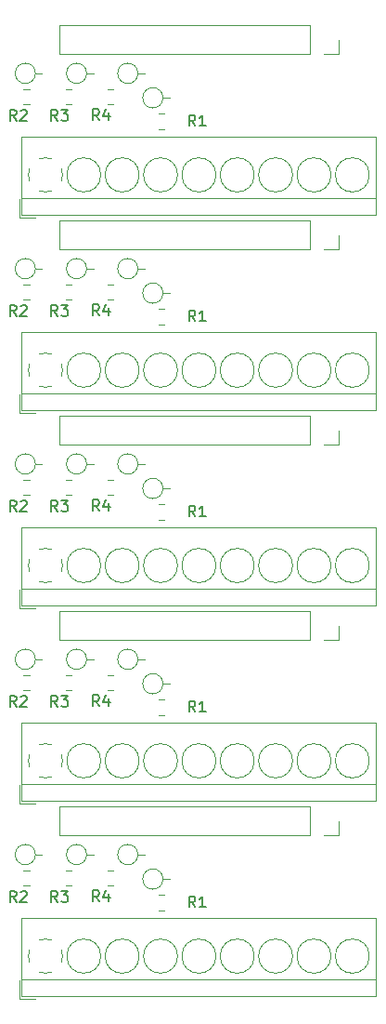
<source format=gbr>
G04 #@! TF.GenerationSoftware,KiCad,Pcbnew,5.1.5-52549c5~86~ubuntu18.04.1*
G04 #@! TF.CreationDate,2020-09-30T17:29:46-05:00*
G04 #@! TF.ProjectId,,58585858-5858-4585-9858-585858585858,rev?*
G04 #@! TF.SameCoordinates,Original*
G04 #@! TF.FileFunction,Legend,Top*
G04 #@! TF.FilePolarity,Positive*
%FSLAX46Y46*%
G04 Gerber Fmt 4.6, Leading zero omitted, Abs format (unit mm)*
G04 Created by KiCad (PCBNEW 5.1.5-52549c5~86~ubuntu18.04.1) date 2020-09-30 17:29:46*
%MOMM*%
%LPD*%
G04 APERTURE LIST*
%ADD10C,0.120000*%
%ADD11C,0.150000*%
G04 APERTURE END LIST*
D10*
X122840000Y-108813600D02*
G75*
G03X122840000Y-108813600I-920000J0D01*
G01*
X122840000Y-108813600D02*
X123460000Y-108813600D01*
X122840000Y-91033600D02*
G75*
G03X122840000Y-91033600I-920000J0D01*
G01*
X122840000Y-91033600D02*
X123460000Y-91033600D01*
X122840000Y-73253600D02*
G75*
G03X122840000Y-73253600I-920000J0D01*
G01*
X122840000Y-73253600D02*
X123460000Y-73253600D01*
X122840000Y-55473600D02*
G75*
G03X122840000Y-55473600I-920000J0D01*
G01*
X122840000Y-55473600D02*
X123460000Y-55473600D01*
X112728787Y-117255385D02*
G75*
G02X112121200Y-117379000I-607587J1431385D01*
G01*
X113553309Y-115216258D02*
G75*
G02X113553200Y-116432000I-1432109J-607742D01*
G01*
X111513458Y-114391891D02*
G75*
G02X112729200Y-114392000I607742J-1432109D01*
G01*
X110689091Y-116431742D02*
G75*
G02X110689200Y-115216000I1432109J607742D01*
G01*
X112148211Y-117379492D02*
G75*
G02X111513200Y-117256000I-27011J1555492D01*
G01*
X117176200Y-115824000D02*
G75*
G03X117176200Y-115824000I-1555000J0D01*
G01*
X120676200Y-115824000D02*
G75*
G03X120676200Y-115824000I-1555000J0D01*
G01*
X124176200Y-115824000D02*
G75*
G03X124176200Y-115824000I-1555000J0D01*
G01*
X127676200Y-115824000D02*
G75*
G03X127676200Y-115824000I-1555000J0D01*
G01*
X131176200Y-115824000D02*
G75*
G03X131176200Y-115824000I-1555000J0D01*
G01*
X134676200Y-115824000D02*
G75*
G03X134676200Y-115824000I-1555000J0D01*
G01*
X138176200Y-115824000D02*
G75*
G03X138176200Y-115824000I-1555000J0D01*
G01*
X141676200Y-115824000D02*
G75*
G03X141676200Y-115824000I-1555000J0D01*
G01*
X109961200Y-117924000D02*
X142281200Y-117924000D01*
X109961200Y-112364000D02*
X142281200Y-112364000D01*
X109961200Y-119484000D02*
X142281200Y-119484000D01*
X109961200Y-112364000D02*
X109961200Y-119484000D01*
X142281200Y-112364000D02*
X142281200Y-119484000D01*
X109721200Y-117984000D02*
X109721200Y-119724000D01*
X109721200Y-119724000D02*
X111221200Y-119724000D01*
X112728787Y-99475385D02*
G75*
G02X112121200Y-99599000I-607587J1431385D01*
G01*
X113553309Y-97436258D02*
G75*
G02X113553200Y-98652000I-1432109J-607742D01*
G01*
X111513458Y-96611891D02*
G75*
G02X112729200Y-96612000I607742J-1432109D01*
G01*
X110689091Y-98651742D02*
G75*
G02X110689200Y-97436000I1432109J607742D01*
G01*
X112148211Y-99599492D02*
G75*
G02X111513200Y-99476000I-27011J1555492D01*
G01*
X117176200Y-98044000D02*
G75*
G03X117176200Y-98044000I-1555000J0D01*
G01*
X120676200Y-98044000D02*
G75*
G03X120676200Y-98044000I-1555000J0D01*
G01*
X124176200Y-98044000D02*
G75*
G03X124176200Y-98044000I-1555000J0D01*
G01*
X127676200Y-98044000D02*
G75*
G03X127676200Y-98044000I-1555000J0D01*
G01*
X131176200Y-98044000D02*
G75*
G03X131176200Y-98044000I-1555000J0D01*
G01*
X134676200Y-98044000D02*
G75*
G03X134676200Y-98044000I-1555000J0D01*
G01*
X138176200Y-98044000D02*
G75*
G03X138176200Y-98044000I-1555000J0D01*
G01*
X141676200Y-98044000D02*
G75*
G03X141676200Y-98044000I-1555000J0D01*
G01*
X109961200Y-100144000D02*
X142281200Y-100144000D01*
X109961200Y-94584000D02*
X142281200Y-94584000D01*
X109961200Y-101704000D02*
X142281200Y-101704000D01*
X109961200Y-94584000D02*
X109961200Y-101704000D01*
X142281200Y-94584000D02*
X142281200Y-101704000D01*
X109721200Y-100204000D02*
X109721200Y-101944000D01*
X109721200Y-101944000D02*
X111221200Y-101944000D01*
X112728787Y-81695385D02*
G75*
G02X112121200Y-81819000I-607587J1431385D01*
G01*
X113553309Y-79656258D02*
G75*
G02X113553200Y-80872000I-1432109J-607742D01*
G01*
X111513458Y-78831891D02*
G75*
G02X112729200Y-78832000I607742J-1432109D01*
G01*
X110689091Y-80871742D02*
G75*
G02X110689200Y-79656000I1432109J607742D01*
G01*
X112148211Y-81819492D02*
G75*
G02X111513200Y-81696000I-27011J1555492D01*
G01*
X117176200Y-80264000D02*
G75*
G03X117176200Y-80264000I-1555000J0D01*
G01*
X120676200Y-80264000D02*
G75*
G03X120676200Y-80264000I-1555000J0D01*
G01*
X124176200Y-80264000D02*
G75*
G03X124176200Y-80264000I-1555000J0D01*
G01*
X127676200Y-80264000D02*
G75*
G03X127676200Y-80264000I-1555000J0D01*
G01*
X131176200Y-80264000D02*
G75*
G03X131176200Y-80264000I-1555000J0D01*
G01*
X134676200Y-80264000D02*
G75*
G03X134676200Y-80264000I-1555000J0D01*
G01*
X138176200Y-80264000D02*
G75*
G03X138176200Y-80264000I-1555000J0D01*
G01*
X141676200Y-80264000D02*
G75*
G03X141676200Y-80264000I-1555000J0D01*
G01*
X109961200Y-82364000D02*
X142281200Y-82364000D01*
X109961200Y-76804000D02*
X142281200Y-76804000D01*
X109961200Y-83924000D02*
X142281200Y-83924000D01*
X109961200Y-76804000D02*
X109961200Y-83924000D01*
X142281200Y-76804000D02*
X142281200Y-83924000D01*
X109721200Y-82424000D02*
X109721200Y-84164000D01*
X109721200Y-84164000D02*
X111221200Y-84164000D01*
X112728787Y-63915385D02*
G75*
G02X112121200Y-64039000I-607587J1431385D01*
G01*
X113553309Y-61876258D02*
G75*
G02X113553200Y-63092000I-1432109J-607742D01*
G01*
X111513458Y-61051891D02*
G75*
G02X112729200Y-61052000I607742J-1432109D01*
G01*
X110689091Y-63091742D02*
G75*
G02X110689200Y-61876000I1432109J607742D01*
G01*
X112148211Y-64039492D02*
G75*
G02X111513200Y-63916000I-27011J1555492D01*
G01*
X117176200Y-62484000D02*
G75*
G03X117176200Y-62484000I-1555000J0D01*
G01*
X120676200Y-62484000D02*
G75*
G03X120676200Y-62484000I-1555000J0D01*
G01*
X124176200Y-62484000D02*
G75*
G03X124176200Y-62484000I-1555000J0D01*
G01*
X127676200Y-62484000D02*
G75*
G03X127676200Y-62484000I-1555000J0D01*
G01*
X131176200Y-62484000D02*
G75*
G03X131176200Y-62484000I-1555000J0D01*
G01*
X134676200Y-62484000D02*
G75*
G03X134676200Y-62484000I-1555000J0D01*
G01*
X138176200Y-62484000D02*
G75*
G03X138176200Y-62484000I-1555000J0D01*
G01*
X141676200Y-62484000D02*
G75*
G03X141676200Y-62484000I-1555000J0D01*
G01*
X109961200Y-64584000D02*
X142281200Y-64584000D01*
X109961200Y-59024000D02*
X142281200Y-59024000D01*
X109961200Y-66144000D02*
X142281200Y-66144000D01*
X109961200Y-59024000D02*
X109961200Y-66144000D01*
X142281200Y-59024000D02*
X142281200Y-66144000D01*
X109721200Y-64644000D02*
X109721200Y-66384000D01*
X109721200Y-66384000D02*
X111221200Y-66384000D01*
X136281200Y-102175000D02*
X136281200Y-104835000D01*
X136281200Y-102175000D02*
X113361200Y-102175000D01*
X113361200Y-102175000D02*
X113361200Y-104835000D01*
X136281200Y-104835000D02*
X113361200Y-104835000D01*
X138881200Y-104835000D02*
X137551200Y-104835000D01*
X138881200Y-103505000D02*
X138881200Y-104835000D01*
X136281200Y-84395000D02*
X136281200Y-87055000D01*
X136281200Y-84395000D02*
X113361200Y-84395000D01*
X113361200Y-84395000D02*
X113361200Y-87055000D01*
X136281200Y-87055000D02*
X113361200Y-87055000D01*
X138881200Y-87055000D02*
X137551200Y-87055000D01*
X138881200Y-85725000D02*
X138881200Y-87055000D01*
X136281200Y-66615000D02*
X136281200Y-69275000D01*
X136281200Y-66615000D02*
X113361200Y-66615000D01*
X113361200Y-66615000D02*
X113361200Y-69275000D01*
X136281200Y-69275000D02*
X113361200Y-69275000D01*
X138881200Y-69275000D02*
X137551200Y-69275000D01*
X138881200Y-67945000D02*
X138881200Y-69275000D01*
X136281200Y-48835000D02*
X136281200Y-51495000D01*
X136281200Y-48835000D02*
X113361200Y-48835000D01*
X113361200Y-48835000D02*
X113361200Y-51495000D01*
X136281200Y-51495000D02*
X113361200Y-51495000D01*
X138881200Y-51495000D02*
X137551200Y-51495000D01*
X138881200Y-50165000D02*
X138881200Y-51495000D01*
X117772548Y-108002000D02*
X118295052Y-108002000D01*
X117772548Y-109422000D02*
X118295052Y-109422000D01*
X117772548Y-90222000D02*
X118295052Y-90222000D01*
X117772548Y-91642000D02*
X118295052Y-91642000D01*
X117772548Y-72442000D02*
X118295052Y-72442000D01*
X117772548Y-73862000D02*
X118295052Y-73862000D01*
X117772548Y-54662000D02*
X118295052Y-54662000D01*
X117772548Y-56082000D02*
X118295052Y-56082000D01*
X113962548Y-108002000D02*
X114485052Y-108002000D01*
X113962548Y-109422000D02*
X114485052Y-109422000D01*
X113962548Y-90222000D02*
X114485052Y-90222000D01*
X113962548Y-91642000D02*
X114485052Y-91642000D01*
X113962548Y-72442000D02*
X114485052Y-72442000D01*
X113962548Y-73862000D02*
X114485052Y-73862000D01*
X113962548Y-54662000D02*
X114485052Y-54662000D01*
X113962548Y-56082000D02*
X114485052Y-56082000D01*
X111206800Y-106578400D02*
G75*
G03X111206800Y-106578400I-920000J0D01*
G01*
X111206800Y-106578400D02*
X111826800Y-106578400D01*
X111206800Y-88798400D02*
G75*
G03X111206800Y-88798400I-920000J0D01*
G01*
X111206800Y-88798400D02*
X111826800Y-88798400D01*
X111206800Y-71018400D02*
G75*
G03X111206800Y-71018400I-920000J0D01*
G01*
X111206800Y-71018400D02*
X111826800Y-71018400D01*
X111206800Y-53238400D02*
G75*
G03X111206800Y-53238400I-920000J0D01*
G01*
X111206800Y-53238400D02*
X111826800Y-53238400D01*
X122471548Y-110237200D02*
X122994052Y-110237200D01*
X122471548Y-111657200D02*
X122994052Y-111657200D01*
X122471548Y-92457200D02*
X122994052Y-92457200D01*
X122471548Y-93877200D02*
X122994052Y-93877200D01*
X122471548Y-74677200D02*
X122994052Y-74677200D01*
X122471548Y-76097200D02*
X122994052Y-76097200D01*
X122471548Y-56897200D02*
X122994052Y-56897200D01*
X122471548Y-58317200D02*
X122994052Y-58317200D01*
X115880400Y-106578400D02*
G75*
G03X115880400Y-106578400I-920000J0D01*
G01*
X115880400Y-106578400D02*
X116500400Y-106578400D01*
X115880400Y-88798400D02*
G75*
G03X115880400Y-88798400I-920000J0D01*
G01*
X115880400Y-88798400D02*
X116500400Y-88798400D01*
X115880400Y-71018400D02*
G75*
G03X115880400Y-71018400I-920000J0D01*
G01*
X115880400Y-71018400D02*
X116500400Y-71018400D01*
X115880400Y-53238400D02*
G75*
G03X115880400Y-53238400I-920000J0D01*
G01*
X115880400Y-53238400D02*
X116500400Y-53238400D01*
X120554000Y-106578400D02*
G75*
G03X120554000Y-106578400I-920000J0D01*
G01*
X120554000Y-106578400D02*
X121174000Y-106578400D01*
X120554000Y-88798400D02*
G75*
G03X120554000Y-88798400I-920000J0D01*
G01*
X120554000Y-88798400D02*
X121174000Y-88798400D01*
X120554000Y-71018400D02*
G75*
G03X120554000Y-71018400I-920000J0D01*
G01*
X120554000Y-71018400D02*
X121174000Y-71018400D01*
X120554000Y-53238400D02*
G75*
G03X120554000Y-53238400I-920000J0D01*
G01*
X120554000Y-53238400D02*
X121174000Y-53238400D01*
X110127148Y-108002000D02*
X110649652Y-108002000D01*
X110127148Y-109422000D02*
X110649652Y-109422000D01*
X110127148Y-90222000D02*
X110649652Y-90222000D01*
X110127148Y-91642000D02*
X110649652Y-91642000D01*
X110127148Y-72442000D02*
X110649652Y-72442000D01*
X110127148Y-73862000D02*
X110649652Y-73862000D01*
X110127148Y-54662000D02*
X110649652Y-54662000D01*
X110127148Y-56082000D02*
X110649652Y-56082000D01*
X117772548Y-38302000D02*
X118295052Y-38302000D01*
X117772548Y-36882000D02*
X118295052Y-36882000D01*
X113962548Y-38302000D02*
X114485052Y-38302000D01*
X113962548Y-36882000D02*
X114485052Y-36882000D01*
X110127148Y-38302000D02*
X110649652Y-38302000D01*
X110127148Y-36882000D02*
X110649652Y-36882000D01*
X122471548Y-40537200D02*
X122994052Y-40537200D01*
X122471548Y-39117200D02*
X122994052Y-39117200D01*
X120554000Y-35458400D02*
X121174000Y-35458400D01*
X120554000Y-35458400D02*
G75*
G03X120554000Y-35458400I-920000J0D01*
G01*
X115880400Y-35458400D02*
X116500400Y-35458400D01*
X115880400Y-35458400D02*
G75*
G03X115880400Y-35458400I-920000J0D01*
G01*
X111206800Y-35458400D02*
X111826800Y-35458400D01*
X111206800Y-35458400D02*
G75*
G03X111206800Y-35458400I-920000J0D01*
G01*
X122840000Y-37693600D02*
X123460000Y-37693600D01*
X122840000Y-37693600D02*
G75*
G03X122840000Y-37693600I-920000J0D01*
G01*
X109721200Y-48604000D02*
X111221200Y-48604000D01*
X109721200Y-46864000D02*
X109721200Y-48604000D01*
X142281200Y-41244000D02*
X142281200Y-48364000D01*
X109961200Y-41244000D02*
X109961200Y-48364000D01*
X109961200Y-48364000D02*
X142281200Y-48364000D01*
X109961200Y-41244000D02*
X142281200Y-41244000D01*
X109961200Y-46804000D02*
X142281200Y-46804000D01*
X141676200Y-44704000D02*
G75*
G03X141676200Y-44704000I-1555000J0D01*
G01*
X138176200Y-44704000D02*
G75*
G03X138176200Y-44704000I-1555000J0D01*
G01*
X134676200Y-44704000D02*
G75*
G03X134676200Y-44704000I-1555000J0D01*
G01*
X131176200Y-44704000D02*
G75*
G03X131176200Y-44704000I-1555000J0D01*
G01*
X127676200Y-44704000D02*
G75*
G03X127676200Y-44704000I-1555000J0D01*
G01*
X124176200Y-44704000D02*
G75*
G03X124176200Y-44704000I-1555000J0D01*
G01*
X120676200Y-44704000D02*
G75*
G03X120676200Y-44704000I-1555000J0D01*
G01*
X117176200Y-44704000D02*
G75*
G03X117176200Y-44704000I-1555000J0D01*
G01*
X112148211Y-46259492D02*
G75*
G02X111513200Y-46136000I-27011J1555492D01*
G01*
X110689091Y-45311742D02*
G75*
G02X110689200Y-44096000I1432109J607742D01*
G01*
X111513458Y-43271891D02*
G75*
G02X112729200Y-43272000I607742J-1432109D01*
G01*
X113553309Y-44096258D02*
G75*
G02X113553200Y-45312000I-1432109J-607742D01*
G01*
X112728787Y-46135385D02*
G75*
G02X112121200Y-46259000I-607587J1431385D01*
G01*
X138881200Y-32385000D02*
X138881200Y-33715000D01*
X138881200Y-33715000D02*
X137551200Y-33715000D01*
X136281200Y-33715000D02*
X113361200Y-33715000D01*
X113361200Y-31055000D02*
X113361200Y-33715000D01*
X136281200Y-31055000D02*
X113361200Y-31055000D01*
X136281200Y-31055000D02*
X136281200Y-33715000D01*
D11*
X125791933Y-111374180D02*
X125458600Y-110897990D01*
X125220504Y-111374180D02*
X125220504Y-110374180D01*
X125601457Y-110374180D01*
X125696695Y-110421800D01*
X125744314Y-110469419D01*
X125791933Y-110564657D01*
X125791933Y-110707514D01*
X125744314Y-110802752D01*
X125696695Y-110850371D01*
X125601457Y-110897990D01*
X125220504Y-110897990D01*
X126744314Y-111374180D02*
X126172885Y-111374180D01*
X126458600Y-111374180D02*
X126458600Y-110374180D01*
X126363361Y-110517038D01*
X126268123Y-110612276D01*
X126172885Y-110659895D01*
X125791933Y-93594180D02*
X125458600Y-93117990D01*
X125220504Y-93594180D02*
X125220504Y-92594180D01*
X125601457Y-92594180D01*
X125696695Y-92641800D01*
X125744314Y-92689419D01*
X125791933Y-92784657D01*
X125791933Y-92927514D01*
X125744314Y-93022752D01*
X125696695Y-93070371D01*
X125601457Y-93117990D01*
X125220504Y-93117990D01*
X126744314Y-93594180D02*
X126172885Y-93594180D01*
X126458600Y-93594180D02*
X126458600Y-92594180D01*
X126363361Y-92737038D01*
X126268123Y-92832276D01*
X126172885Y-92879895D01*
X125791933Y-75814180D02*
X125458600Y-75337990D01*
X125220504Y-75814180D02*
X125220504Y-74814180D01*
X125601457Y-74814180D01*
X125696695Y-74861800D01*
X125744314Y-74909419D01*
X125791933Y-75004657D01*
X125791933Y-75147514D01*
X125744314Y-75242752D01*
X125696695Y-75290371D01*
X125601457Y-75337990D01*
X125220504Y-75337990D01*
X126744314Y-75814180D02*
X126172885Y-75814180D01*
X126458600Y-75814180D02*
X126458600Y-74814180D01*
X126363361Y-74957038D01*
X126268123Y-75052276D01*
X126172885Y-75099895D01*
X125791933Y-58034180D02*
X125458600Y-57557990D01*
X125220504Y-58034180D02*
X125220504Y-57034180D01*
X125601457Y-57034180D01*
X125696695Y-57081800D01*
X125744314Y-57129419D01*
X125791933Y-57224657D01*
X125791933Y-57367514D01*
X125744314Y-57462752D01*
X125696695Y-57510371D01*
X125601457Y-57557990D01*
X125220504Y-57557990D01*
X126744314Y-58034180D02*
X126172885Y-58034180D01*
X126458600Y-58034180D02*
X126458600Y-57034180D01*
X126363361Y-57177038D01*
X126268123Y-57272276D01*
X126172885Y-57319895D01*
X109459733Y-110916980D02*
X109126400Y-110440790D01*
X108888304Y-110916980D02*
X108888304Y-109916980D01*
X109269257Y-109916980D01*
X109364495Y-109964600D01*
X109412114Y-110012219D01*
X109459733Y-110107457D01*
X109459733Y-110250314D01*
X109412114Y-110345552D01*
X109364495Y-110393171D01*
X109269257Y-110440790D01*
X108888304Y-110440790D01*
X109840685Y-110012219D02*
X109888304Y-109964600D01*
X109983542Y-109916980D01*
X110221638Y-109916980D01*
X110316876Y-109964600D01*
X110364495Y-110012219D01*
X110412114Y-110107457D01*
X110412114Y-110202695D01*
X110364495Y-110345552D01*
X109793066Y-110916980D01*
X110412114Y-110916980D01*
X109459733Y-93136980D02*
X109126400Y-92660790D01*
X108888304Y-93136980D02*
X108888304Y-92136980D01*
X109269257Y-92136980D01*
X109364495Y-92184600D01*
X109412114Y-92232219D01*
X109459733Y-92327457D01*
X109459733Y-92470314D01*
X109412114Y-92565552D01*
X109364495Y-92613171D01*
X109269257Y-92660790D01*
X108888304Y-92660790D01*
X109840685Y-92232219D02*
X109888304Y-92184600D01*
X109983542Y-92136980D01*
X110221638Y-92136980D01*
X110316876Y-92184600D01*
X110364495Y-92232219D01*
X110412114Y-92327457D01*
X110412114Y-92422695D01*
X110364495Y-92565552D01*
X109793066Y-93136980D01*
X110412114Y-93136980D01*
X109459733Y-75356980D02*
X109126400Y-74880790D01*
X108888304Y-75356980D02*
X108888304Y-74356980D01*
X109269257Y-74356980D01*
X109364495Y-74404600D01*
X109412114Y-74452219D01*
X109459733Y-74547457D01*
X109459733Y-74690314D01*
X109412114Y-74785552D01*
X109364495Y-74833171D01*
X109269257Y-74880790D01*
X108888304Y-74880790D01*
X109840685Y-74452219D02*
X109888304Y-74404600D01*
X109983542Y-74356980D01*
X110221638Y-74356980D01*
X110316876Y-74404600D01*
X110364495Y-74452219D01*
X110412114Y-74547457D01*
X110412114Y-74642695D01*
X110364495Y-74785552D01*
X109793066Y-75356980D01*
X110412114Y-75356980D01*
X109459733Y-57576980D02*
X109126400Y-57100790D01*
X108888304Y-57576980D02*
X108888304Y-56576980D01*
X109269257Y-56576980D01*
X109364495Y-56624600D01*
X109412114Y-56672219D01*
X109459733Y-56767457D01*
X109459733Y-56910314D01*
X109412114Y-57005552D01*
X109364495Y-57053171D01*
X109269257Y-57100790D01*
X108888304Y-57100790D01*
X109840685Y-56672219D02*
X109888304Y-56624600D01*
X109983542Y-56576980D01*
X110221638Y-56576980D01*
X110316876Y-56624600D01*
X110364495Y-56672219D01*
X110412114Y-56767457D01*
X110412114Y-56862695D01*
X110364495Y-57005552D01*
X109793066Y-57576980D01*
X110412114Y-57576980D01*
X113218933Y-110891580D02*
X112885600Y-110415390D01*
X112647504Y-110891580D02*
X112647504Y-109891580D01*
X113028457Y-109891580D01*
X113123695Y-109939200D01*
X113171314Y-109986819D01*
X113218933Y-110082057D01*
X113218933Y-110224914D01*
X113171314Y-110320152D01*
X113123695Y-110367771D01*
X113028457Y-110415390D01*
X112647504Y-110415390D01*
X113552266Y-109891580D02*
X114171314Y-109891580D01*
X113837980Y-110272533D01*
X113980838Y-110272533D01*
X114076076Y-110320152D01*
X114123695Y-110367771D01*
X114171314Y-110463009D01*
X114171314Y-110701104D01*
X114123695Y-110796342D01*
X114076076Y-110843961D01*
X113980838Y-110891580D01*
X113695123Y-110891580D01*
X113599885Y-110843961D01*
X113552266Y-110796342D01*
X113218933Y-93111580D02*
X112885600Y-92635390D01*
X112647504Y-93111580D02*
X112647504Y-92111580D01*
X113028457Y-92111580D01*
X113123695Y-92159200D01*
X113171314Y-92206819D01*
X113218933Y-92302057D01*
X113218933Y-92444914D01*
X113171314Y-92540152D01*
X113123695Y-92587771D01*
X113028457Y-92635390D01*
X112647504Y-92635390D01*
X113552266Y-92111580D02*
X114171314Y-92111580D01*
X113837980Y-92492533D01*
X113980838Y-92492533D01*
X114076076Y-92540152D01*
X114123695Y-92587771D01*
X114171314Y-92683009D01*
X114171314Y-92921104D01*
X114123695Y-93016342D01*
X114076076Y-93063961D01*
X113980838Y-93111580D01*
X113695123Y-93111580D01*
X113599885Y-93063961D01*
X113552266Y-93016342D01*
X113218933Y-75331580D02*
X112885600Y-74855390D01*
X112647504Y-75331580D02*
X112647504Y-74331580D01*
X113028457Y-74331580D01*
X113123695Y-74379200D01*
X113171314Y-74426819D01*
X113218933Y-74522057D01*
X113218933Y-74664914D01*
X113171314Y-74760152D01*
X113123695Y-74807771D01*
X113028457Y-74855390D01*
X112647504Y-74855390D01*
X113552266Y-74331580D02*
X114171314Y-74331580D01*
X113837980Y-74712533D01*
X113980838Y-74712533D01*
X114076076Y-74760152D01*
X114123695Y-74807771D01*
X114171314Y-74903009D01*
X114171314Y-75141104D01*
X114123695Y-75236342D01*
X114076076Y-75283961D01*
X113980838Y-75331580D01*
X113695123Y-75331580D01*
X113599885Y-75283961D01*
X113552266Y-75236342D01*
X113218933Y-57551580D02*
X112885600Y-57075390D01*
X112647504Y-57551580D02*
X112647504Y-56551580D01*
X113028457Y-56551580D01*
X113123695Y-56599200D01*
X113171314Y-56646819D01*
X113218933Y-56742057D01*
X113218933Y-56884914D01*
X113171314Y-56980152D01*
X113123695Y-57027771D01*
X113028457Y-57075390D01*
X112647504Y-57075390D01*
X113552266Y-56551580D02*
X114171314Y-56551580D01*
X113837980Y-56932533D01*
X113980838Y-56932533D01*
X114076076Y-56980152D01*
X114123695Y-57027771D01*
X114171314Y-57123009D01*
X114171314Y-57361104D01*
X114123695Y-57456342D01*
X114076076Y-57503961D01*
X113980838Y-57551580D01*
X113695123Y-57551580D01*
X113599885Y-57503961D01*
X113552266Y-57456342D01*
X117028933Y-110840780D02*
X116695600Y-110364590D01*
X116457504Y-110840780D02*
X116457504Y-109840780D01*
X116838457Y-109840780D01*
X116933695Y-109888400D01*
X116981314Y-109936019D01*
X117028933Y-110031257D01*
X117028933Y-110174114D01*
X116981314Y-110269352D01*
X116933695Y-110316971D01*
X116838457Y-110364590D01*
X116457504Y-110364590D01*
X117886076Y-110174114D02*
X117886076Y-110840780D01*
X117647980Y-109793161D02*
X117409885Y-110507447D01*
X118028933Y-110507447D01*
X117028933Y-93060780D02*
X116695600Y-92584590D01*
X116457504Y-93060780D02*
X116457504Y-92060780D01*
X116838457Y-92060780D01*
X116933695Y-92108400D01*
X116981314Y-92156019D01*
X117028933Y-92251257D01*
X117028933Y-92394114D01*
X116981314Y-92489352D01*
X116933695Y-92536971D01*
X116838457Y-92584590D01*
X116457504Y-92584590D01*
X117886076Y-92394114D02*
X117886076Y-93060780D01*
X117647980Y-92013161D02*
X117409885Y-92727447D01*
X118028933Y-92727447D01*
X117028933Y-75280780D02*
X116695600Y-74804590D01*
X116457504Y-75280780D02*
X116457504Y-74280780D01*
X116838457Y-74280780D01*
X116933695Y-74328400D01*
X116981314Y-74376019D01*
X117028933Y-74471257D01*
X117028933Y-74614114D01*
X116981314Y-74709352D01*
X116933695Y-74756971D01*
X116838457Y-74804590D01*
X116457504Y-74804590D01*
X117886076Y-74614114D02*
X117886076Y-75280780D01*
X117647980Y-74233161D02*
X117409885Y-74947447D01*
X118028933Y-74947447D01*
X117028933Y-57500780D02*
X116695600Y-57024590D01*
X116457504Y-57500780D02*
X116457504Y-56500780D01*
X116838457Y-56500780D01*
X116933695Y-56548400D01*
X116981314Y-56596019D01*
X117028933Y-56691257D01*
X117028933Y-56834114D01*
X116981314Y-56929352D01*
X116933695Y-56976971D01*
X116838457Y-57024590D01*
X116457504Y-57024590D01*
X117886076Y-56834114D02*
X117886076Y-57500780D01*
X117647980Y-56453161D02*
X117409885Y-57167447D01*
X118028933Y-57167447D01*
X117028933Y-39720780D02*
X116695600Y-39244590D01*
X116457504Y-39720780D02*
X116457504Y-38720780D01*
X116838457Y-38720780D01*
X116933695Y-38768400D01*
X116981314Y-38816019D01*
X117028933Y-38911257D01*
X117028933Y-39054114D01*
X116981314Y-39149352D01*
X116933695Y-39196971D01*
X116838457Y-39244590D01*
X116457504Y-39244590D01*
X117886076Y-39054114D02*
X117886076Y-39720780D01*
X117647980Y-38673161D02*
X117409885Y-39387447D01*
X118028933Y-39387447D01*
X113218933Y-39771580D02*
X112885600Y-39295390D01*
X112647504Y-39771580D02*
X112647504Y-38771580D01*
X113028457Y-38771580D01*
X113123695Y-38819200D01*
X113171314Y-38866819D01*
X113218933Y-38962057D01*
X113218933Y-39104914D01*
X113171314Y-39200152D01*
X113123695Y-39247771D01*
X113028457Y-39295390D01*
X112647504Y-39295390D01*
X113552266Y-38771580D02*
X114171314Y-38771580D01*
X113837980Y-39152533D01*
X113980838Y-39152533D01*
X114076076Y-39200152D01*
X114123695Y-39247771D01*
X114171314Y-39343009D01*
X114171314Y-39581104D01*
X114123695Y-39676342D01*
X114076076Y-39723961D01*
X113980838Y-39771580D01*
X113695123Y-39771580D01*
X113599885Y-39723961D01*
X113552266Y-39676342D01*
X109459733Y-39796980D02*
X109126400Y-39320790D01*
X108888304Y-39796980D02*
X108888304Y-38796980D01*
X109269257Y-38796980D01*
X109364495Y-38844600D01*
X109412114Y-38892219D01*
X109459733Y-38987457D01*
X109459733Y-39130314D01*
X109412114Y-39225552D01*
X109364495Y-39273171D01*
X109269257Y-39320790D01*
X108888304Y-39320790D01*
X109840685Y-38892219D02*
X109888304Y-38844600D01*
X109983542Y-38796980D01*
X110221638Y-38796980D01*
X110316876Y-38844600D01*
X110364495Y-38892219D01*
X110412114Y-38987457D01*
X110412114Y-39082695D01*
X110364495Y-39225552D01*
X109793066Y-39796980D01*
X110412114Y-39796980D01*
X125791933Y-40254180D02*
X125458600Y-39777990D01*
X125220504Y-40254180D02*
X125220504Y-39254180D01*
X125601457Y-39254180D01*
X125696695Y-39301800D01*
X125744314Y-39349419D01*
X125791933Y-39444657D01*
X125791933Y-39587514D01*
X125744314Y-39682752D01*
X125696695Y-39730371D01*
X125601457Y-39777990D01*
X125220504Y-39777990D01*
X126744314Y-40254180D02*
X126172885Y-40254180D01*
X126458600Y-40254180D02*
X126458600Y-39254180D01*
X126363361Y-39397038D01*
X126268123Y-39492276D01*
X126172885Y-39539895D01*
M02*

</source>
